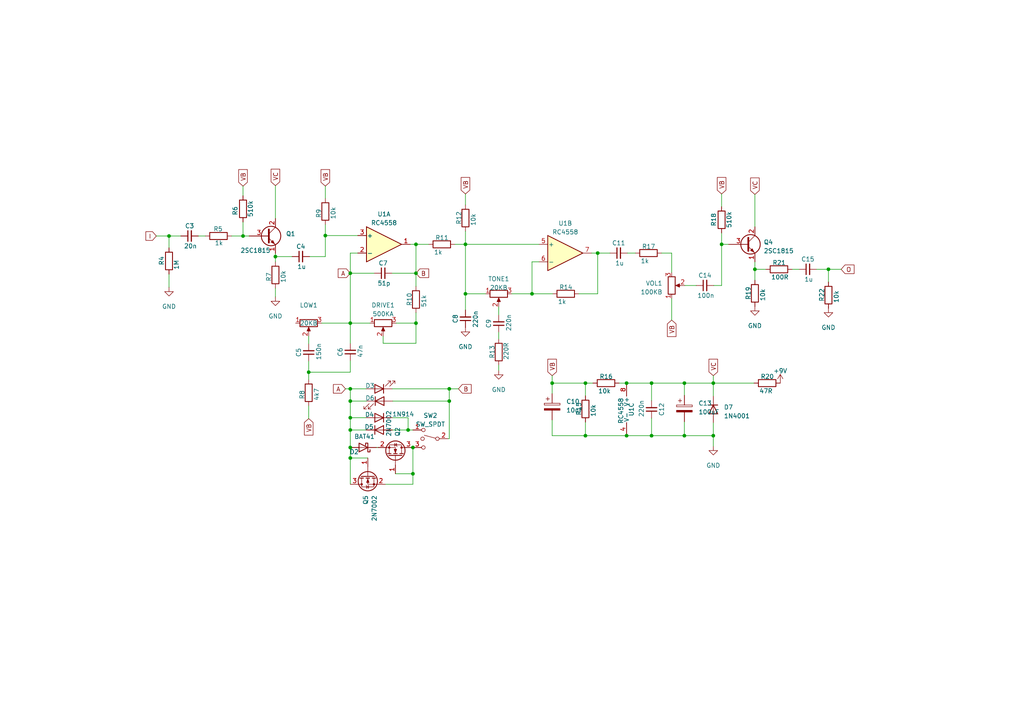
<source format=kicad_sch>
(kicad_sch (version 20230121) (generator eeschema)
  (paper "A4")
  (title_block (title "Template Project") (date "2023-08-09") (company "TKW"))
  (lib_symbols
    (symbol "Amplifier_Operational:RC4558" (pin_names (offset 0.127))
      (property "Reference" "U" (at 0 5.08 0))
      (property "Value" "RC4558" (at 0 -5.08 0))
      (symbol "RC4558_1_1"
        (polyline (pts (xy -5.08 5.08) (xy 5.08 0) (xy -5.08 -5.08) (xy -5.08 5.08)) (stroke (width 0.254)) (fill (type background)))
        (pin output line (at 7.62 0 180) (length 2.54) (name "~") (number "1"))
        (pin input line (at -7.62 -2.54 0) (length 2.54) (name "-") (number "2"))
        (pin input line (at -7.62 2.54 0) (length 2.54) (name "+") (number "3"))
      )
      (symbol "RC4558_2_1"
        (polyline (pts (xy -5.08 5.08) (xy 5.08 0) (xy -5.08 -5.08) (xy -5.08 5.08)) (stroke (width 0.254)) (fill (type background)))
        (pin input line (at -7.62 2.54 0) (length 2.54) (name "+") (number "5"))
        (pin input line (at -7.62 -2.54 0) (length 2.54) (name "-") (number "6"))
        (pin output line (at 7.62 0 180) (length 2.54) (name "~") (number "7"))
      )
      (symbol "RC4558_3_1"
        (pin power_in line (at -2.54 -7.62 90) (length 3.81) (name "V-") (number "4"))
        (pin power_in line (at -2.54 7.62 270) (length 3.81) (name "V+") (number "8"))
      )
    )
    (symbol "Device:C_Polarized" (pin_numbers hide) (pin_names (offset 0.254))
      (property "Reference" "C" (at 0.635 2.54 0))
      (property "Value" "C_Polarized" (at 0.635 -2.54 0))
      (symbol "C_Polarized_0_1"
        (rectangle (start -2.286 0.508) (end 2.286 1.016))
        (polyline (pts (xy -1.778 2.286) (xy -0.762 2.286)))
        (polyline (pts (xy -1.27 2.794) (xy -1.27 1.778)))
        (rectangle (start 2.286 -0.508) (end -2.286 -1.016) (fill (type outline)))
      )
      (symbol "C_Polarized_1_1"
        (pin passive line (at 0 3.81 270) (length 2.794) (name "~") (number "1"))
        (pin passive line (at 0 -3.81 90) (length 2.794) (name "~") (number "2"))
      )
    )
    (symbol "Device:C_Small" (pin_numbers hide) (pin_names (offset 0.254) hide)
      (property "Reference" "C" (at 0.254 1.778 0))
      (property "Value" "C_Small" (at 0.254 -2.032 0))
      (symbol "C_Small_0_1"
        (polyline (pts (xy -1.524 -0.508) (xy 1.524 -0.508)) (stroke (width 0.3302)))
        (polyline (pts (xy -1.524 0.508) (xy 1.524 0.508)) (stroke (width 0.3048)))
      )
      (symbol "C_Small_1_1"
        (pin passive line (at 0 2.54 270) (length 2.032) (name "~") (number "1"))
        (pin passive line (at 0 -2.54 90) (length 2.032) (name "~") (number "2"))
      )
    )
    (symbol "Device:LED" (pin_numbers hide) (pin_names (offset 1.016) hide)
      (property "Reference" "D" (at 0 2.54 0))
      (property "Value" "LED" (at 0 -2.54 0))
      (symbol "LED_0_1"
        (polyline (pts (xy -1.27 -1.27) (xy -1.27 1.27)) (stroke (width 0.254)))
        (polyline (pts (xy -1.27 0) (xy 1.27 0)))
        (polyline (pts (xy 1.27 -1.27) (xy 1.27 1.27) (xy -1.27 0) (xy 1.27 -1.27)) (stroke (width 0.254)))
        (polyline (pts (xy -3.048 -0.762) (xy -4.572 -2.286) (xy -3.81 -2.286) (xy -4.572 -2.286) (xy -4.572 -1.524)))
        (polyline (pts (xy -1.778 -0.762) (xy -3.302 -2.286) (xy -2.54 -2.286) (xy -3.302 -2.286) (xy -3.302 -1.524)))
      )
      (symbol "LED_1_1"
        (pin passive line (at -3.81 0 0) (length 2.54) (name "K") (number "1"))
        (pin passive line (at 3.81 0 180) (length 2.54) (name "A") (number "2"))
      )
    )
    (symbol "Device:Q_NPN_ECB" (pin_names (offset 0) hide)
      (property "Reference" "Q" (at 5.08 1.27 0))
      (property "Value" "Q_NPN_ECB" (at 5.08 -1.27 0))
      (symbol "Q_NPN_ECB_0_1"
        (polyline (pts (xy 0.635 0.635) (xy 2.54 2.54)))
        (polyline (pts (xy 0.635 -0.635) (xy 2.54 -2.54) (xy 2.54 -2.54)))
        (polyline (pts (xy 0.635 1.905) (xy 0.635 -1.905) (xy 0.635 -1.905)) (stroke (width 0.508)))
        (polyline (pts (xy 1.27 -1.778) (xy 1.778 -1.27) (xy 2.286 -2.286) (xy 1.27 -1.778) (xy 1.27 -1.778)) (fill (type outline)))
        (circle (center 1.27 0) (radius 2.8194) (stroke (width 0.254)))
      )
      (symbol "Q_NPN_ECB_1_1"
        (pin passive line (at 2.54 -5.08 90) (length 2.54) (name "E") (number "1"))
        (pin passive line (at 2.54 5.08 270) (length 2.54) (name "C") (number "2"))
        (pin passive line (at -5.08 0 0) (length 5.715) (name "B") (number "3"))
      )
    )
    (symbol "Device:R" (pin_numbers hide) (pin_names (offset 0))
      (property "Reference" "R" (at 2.032 0 90))
      (property "Value" "R" (at 0 0 90))
      (symbol "R_0_1"
        (rectangle (start -1.016 -2.54) (end 1.016 2.54) (stroke (width 0.254)))
      )
      (symbol "R_1_1"
        (pin passive line (at 0 3.81 270) (length 1.27) (name "~") (number "1"))
        (pin passive line (at 0 -3.81 90) (length 1.27) (name "~") (number "2"))
      )
    )
    (symbol "Device:R_Potentiometer" (pin_names (offset 1.016) hide)
      (property "Reference" "RV" (at -4.445 0 90))
      (property "Value" "R_Potentiometer" (at -2.54 0 90))
      (symbol "R_Potentiometer_0_1"
        (polyline (pts (xy 2.54 0) (xy 1.524 0)))
        (polyline (pts (xy 1.143 0) (xy 2.286 0.508) (xy 2.286 -0.508) (xy 1.143 0)) (fill (type outline)))
        (rectangle (start 1.016 2.54) (end -1.016 -2.54) (stroke (width 0.254)))
      )
      (symbol "R_Potentiometer_1_1"
        (pin passive line (at 0 3.81 270) (length 1.27) (name "1") (number "1"))
        (pin passive line (at 3.81 0 180) (length 1.27) (name "2") (number "2"))
        (pin passive line (at 0 -3.81 90) (length 1.27) (name "3") (number "3"))
      )
    )
    (symbol "Diode:1N4001" (pin_numbers hide) (pin_names hide)
      (property "Reference" "D" (at 0 2.54 0))
      (property "Value" "1N4001" (at 0 -2.54 0))
      (symbol "1N4001_0_1"
        (polyline (pts (xy -1.27 1.27) (xy -1.27 -1.27)) (stroke (width 0.254)))
        (polyline (pts (xy 1.27 0) (xy -1.27 0)))
        (polyline (pts (xy 1.27 1.27) (xy 1.27 -1.27) (xy -1.27 0) (xy 1.27 1.27)) (stroke (width 0.254)))
      )
      (symbol "1N4001_1_1"
        (pin passive line (at -3.81 0 0) (length 2.54) (name "K") (number "1"))
        (pin passive line (at 3.81 0 180) (length 2.54) (name "A") (number "2"))
      )
    )
    (symbol "Diode:1N914" (pin_numbers hide) (pin_names hide)
      (property "Reference" "D" (at 0 2.54 0))
      (property "Value" "1N914" (at 0 -2.54 0))
      (symbol "1N914_0_1"
        (polyline (pts (xy -1.27 1.27) (xy -1.27 -1.27)) (stroke (width 0.254)))
        (polyline (pts (xy 1.27 0) (xy -1.27 0)))
        (polyline (pts (xy 1.27 1.27) (xy 1.27 -1.27) (xy -1.27 0) (xy 1.27 1.27)) (stroke (width 0.254)))
      )
      (symbol "1N914_1_1"
        (pin passive line (at -3.81 0 0) (length 2.54) (name "K") (number "1"))
        (pin passive line (at 3.81 0 180) (length 2.54) (name "A") (number "2"))
      )
    )
    (symbol "Diode:BAT41" (pin_numbers hide) (pin_names (offset 1.016) hide)
      (property "Reference" "D" (at 0 2.54 0))
      (property "Value" "BAT41" (at 0 -2.54 0))
      (symbol "BAT41_0_1"
        (polyline (pts (xy 1.27 0) (xy -1.27 0)))
        (polyline (pts (xy 1.27 1.27) (xy 1.27 -1.27) (xy -1.27 0) (xy 1.27 1.27)) (stroke (width 0.254)))
        (polyline (pts (xy -1.905 0.635) (xy -1.905 1.27) (xy -1.27 1.27) (xy -1.27 -1.27) (xy -0.635 -1.27) (xy -0.635 -0.635)) (stroke (width 0.254)))
      )
      (symbol "BAT41_1_1"
        (pin passive line (at -3.81 0 0) (length 2.54) (name "K") (number "1"))
        (pin passive line (at 3.81 0 180) (length 2.54) (name "A") (number "2"))
      )
    )
    (symbol "Switch:SW_SPDT_MSM" (pin_names (offset 0) hide)
      (property "Reference" "SW" (at 0 5.08 0))
      (property "Value" "SW_SPDT_MSM" (at 0 -5.08 0))
      (symbol "SW_SPDT_MSM_0_0"
        (circle (center -2.032 0) (radius 0.508))
        (polyline (pts (xy -1.524 0.127) (xy 1.778 1.016)))
        (circle (center 2.032 -2.54) (radius 0.508))
      )
      (symbol "SW_SPDT_MSM_0_1"
        (circle (center 2.032 2.54) (radius 0.508))
        (circle (center 2.286 0) (radius 0.508))
      )
      (symbol "SW_SPDT_MSM_1_1"
        (pin passive line (at 5.08 2.54 180) (length 2.54) (name "1") (number "1"))
        (pin passive line (at -5.08 0 0) (length 2.54) (name "2") (number "2"))
        (pin passive line (at 5.08 -2.54 180) (length 2.54) (name "3") (number "3"))
      )
    )
    (symbol "Transistor_FET:2N7002" (pin_names hide)
      (property "Reference" "Q" (at 5.08 1.905 0))
      (property "Value" "2N7002" (at 5.08 0 0))
      (symbol "2N7002_0_1"
        (polyline (pts (xy 0.254 0) (xy -2.54 0)))
        (polyline (pts (xy 0.254 1.905) (xy 0.254 -1.905)) (stroke (width 0.254)))
        (polyline (pts (xy 0.762 -1.27) (xy 0.762 -2.286)) (stroke (width 0.254)))
        (polyline (pts (xy 0.762 0.508) (xy 0.762 -0.508)) (stroke (width 0.254)))
        (polyline (pts (xy 0.762 2.286) (xy 0.762 1.27)) (stroke (width 0.254)))
        (polyline (pts (xy 2.54 2.54) (xy 2.54 1.778)))
        (polyline (pts (xy 2.54 -2.54) (xy 2.54 0) (xy 0.762 0)))
        (polyline (pts (xy 0.762 -1.778) (xy 3.302 -1.778) (xy 3.302 1.778) (xy 0.762 1.778)))
        (polyline (pts (xy 1.016 0) (xy 2.032 0.381) (xy 2.032 -0.381) (xy 1.016 0)) (fill (type outline)))
        (polyline (pts (xy 2.794 0.508) (xy 2.921 0.381) (xy 3.683 0.381) (xy 3.81 0.254)))
        (polyline (pts (xy 3.302 0.381) (xy 2.921 -0.254) (xy 3.683 -0.254) (xy 3.302 0.381)))
        (circle (center 1.651 0) (radius 2.794) (stroke (width 0.254)))
        (circle (center 2.54 -1.778) (radius 0.254) (fill (type outline)))
        (circle (center 2.54 1.778) (radius 0.254) (fill (type outline)))
      )
      (symbol "2N7002_1_1"
        (pin input line (at -5.08 0 0) (length 2.54) (name "G") (number "1"))
        (pin passive line (at 2.54 -5.08 90) (length 2.54) (name "S") (number "2"))
        (pin passive line (at 2.54 5.08 270) (length 2.54) (name "D") (number "3"))
      )
    )
    (symbol "power:+9V" (power) (pin_names (offset 0))
      (property "Value" "+9V" (at 0 3.556 0))
      (symbol "+9V_0_1"
        (polyline (pts (xy -0.762 1.27) (xy 0 2.54)))
        (polyline (pts (xy 0 0) (xy 0 2.54)))
        (polyline (pts (xy 0 2.54) (xy 0.762 1.27)))
      )
      (symbol "+9V_1_1"
        (pin power_in line (at 0 0 90) (length 0) hide (name "+9V") (number "1"))
      )
    )
    (symbol "power:GND" (power) (pin_names (offset 0))
      (property "Value" "GND" (at 0 -3.81 0))
      (symbol "GND_0_1"
        (polyline (pts (xy 0 0) (xy 0 -1.27) (xy 1.27 -1.27) (xy 0 -2.54) (xy -1.27 -1.27) (xy 0 -1.27)))
      )
      (symbol "GND_1_1"
        (pin power_in line (at 0 0 270) (length 0) hide (name "GND") (number "1"))
      )
    )
  )
  (junction (at 240.284 78.105))
  (junction (at 169.799 126.365))
  (junction (at 118.364 124.714))
  (junction (at 89.535 107.95))
  (junction (at 119.761 137.414))
  (junction (at 101.6 79.248))
  (junction (at 120.65 93.726))
  (junction (at 101.6 93.726))
  (junction (at 169.799 111.125))
  (junction (at 206.883 111.125))
  (junction (at 101.6 121.158))
  (junction (at 49.022 68.453))
  (junction (at 181.737 126.365))
  (junction (at 135.001 85.217))
  (junction (at 218.948 78.105))
  (junction (at 120.65 79.248))
  (junction (at 101.6 112.776))
  (junction (at 206.883 126.365))
  (junction (at 188.976 111.125))
  (junction (at 130.302 112.776))
  (junction (at 101.6 129.794))
  (junction (at 70.485 68.453))
  (junction (at 101.6 132.842))
  (junction (at 209.296 70.866))
  (junction (at 130.302 116.332))
  (junction (at 119.761 129.794))
  (junction (at 181.737 111.125))
  (junction (at 135.001 70.866))
  (junction (at 154.305 85.217))
  (junction (at 188.976 126.365))
  (junction (at 198.501 126.365))
  (junction (at 160.147 111.125))
  (junction (at 101.6 124.714))
  (junction (at 120.65 70.866))
  (junction (at 173.355 73.406))
  (junction (at 94.361 68.326))
  (junction (at 101.6 116.332))
  (junction (at 198.501 111.125))
  (junction (at 79.883 74.422))
  (wire (pts (xy 119.761 129.794) (xy 119.761 137.414)))
  (wire (pts (xy 101.6 124.714) (xy 101.6 121.158)))
  (wire (pts (xy 160.147 111.125) (xy 160.147 114.173)))
  (wire (pts (xy 169.799 111.125) (xy 169.799 114.808)))
  (wire (pts (xy 100.203 112.776) (xy 101.6 112.776)))
  (wire (pts (xy 188.976 126.365) (xy 181.737 126.365)))
  (wire (pts (xy 113.919 116.332) (xy 130.302 116.332)))
  (wire (pts (xy 130.302 112.776) (xy 130.302 116.332)))
  (wire (pts (xy 113.665 79.248) (xy 120.65 79.248)))
  (wire (pts (xy 93.345 93.726) (xy 101.6 93.726)))
  (wire (pts (xy 101.6 79.248) (xy 108.585 79.248)))
  (wire (pts (xy 49.022 79.502) (xy 49.022 83.312)))
  (wire (pts (xy 144.653 105.918) (xy 144.653 107.442)))
  (wire (pts (xy 160.147 121.793) (xy 160.147 126.365)))
  (wire (pts (xy 89.535 104.775) (xy 89.535 107.95)))
  (wire (pts (xy 114.935 93.726) (xy 120.65 93.726)))
  (wire (pts (xy 188.976 111.125) (xy 188.976 116.205)))
  (wire (pts (xy 169.799 111.125) (xy 160.147 111.125)))
  (wire (pts (xy 209.296 70.866) (xy 209.296 67.564)))
  (wire (pts (xy 198.501 111.125) (xy 198.501 114.681)))
  (wire (pts (xy 173.355 73.406) (xy 176.911 73.406)))
  (wire (pts (xy 132.969 112.776) (xy 130.302 112.776)))
  (wire (pts (xy 120.65 99.568) (xy 120.65 93.726)))
  (wire (pts (xy 101.6 116.332) (xy 101.6 112.776)))
  (wire (pts (xy 129.921 127.254) (xy 130.302 127.254)))
  (wire (pts (xy 209.296 70.866) (xy 211.328 70.866)))
  (wire (pts (xy 101.6 116.332) (xy 106.299 116.332)))
  (wire (pts (xy 160.147 126.365) (xy 169.799 126.365)))
  (wire (pts (xy 119.761 137.414) (xy 119.761 140.462)))
  (wire (pts (xy 135.001 70.866) (xy 135.001 85.217)))
  (wire (pts (xy 101.6 93.726) (xy 107.315 93.726)))
  (wire (pts (xy 229.743 78.105) (xy 231.775 78.105)))
  (wire (pts (xy 154.305 75.946) (xy 154.305 85.217)))
  (wire (pts (xy 188.976 121.285) (xy 188.976 126.365)))
  (wire (pts (xy 191.897 73.406) (xy 194.818 73.406)))
  (wire (pts (xy 101.6 132.842) (xy 106.68 132.842)))
  (wire (pts (xy 89.535 107.95) (xy 101.6 107.95)))
  (wire (pts (xy 114.681 137.414) (xy 119.761 137.414)))
  (wire (pts (xy 206.883 111.125) (xy 218.694 111.125)))
  (wire (pts (xy 198.628 82.804) (xy 201.93 82.804)))
  (wire (pts (xy 109.601 129.794) (xy 109.22 129.794)))
  (wire (pts (xy 70.485 68.453) (xy 72.263 68.453)))
  (wire (pts (xy 154.305 85.217) (xy 160.274 85.217)))
  (wire (pts (xy 206.883 111.125) (xy 206.883 114.935)))
  (wire (pts (xy 188.976 111.125) (xy 198.501 111.125)))
  (wire (pts (xy 103.759 73.406) (xy 101.6 73.406)))
  (wire (pts (xy 181.991 73.406) (xy 184.277 73.406)))
  (wire (pts (xy 135.001 56.261) (xy 135.001 59.436)))
  (wire (pts (xy 135.001 70.866) (xy 156.337 70.866)))
  (wire (pts (xy 167.894 85.217) (xy 173.355 85.217)))
  (wire (pts (xy 119.761 140.462) (xy 111.76 140.462)))
  (wire (pts (xy 179.578 111.125) (xy 181.737 111.125)))
  (wire (pts (xy 67.183 68.453) (xy 70.485 68.453)))
  (wire (pts (xy 101.6 129.794) (xy 101.6 132.842)))
  (wire (pts (xy 240.284 78.105) (xy 243.967 78.105)))
  (wire (pts (xy 169.799 126.365) (xy 169.799 122.428)))
  (wire (pts (xy 135.001 67.056) (xy 135.001 70.866)))
  (wire (pts (xy 101.6 132.842) (xy 101.6 140.462)))
  (wire (pts (xy 140.843 85.217) (xy 135.001 85.217)))
  (wire (pts (xy 240.284 78.105) (xy 240.284 81.788)))
  (wire (pts (xy 89.535 107.95) (xy 89.535 110.109)))
  (wire (pts (xy 206.883 122.555) (xy 206.883 126.365)))
  (wire (pts (xy 70.485 53.975) (xy 70.485 56.769)))
  (wire (pts (xy 101.6 104.648) (xy 101.6 107.95)))
  (wire (pts (xy 198.501 126.365) (xy 188.976 126.365)))
  (wire (pts (xy 156.337 75.946) (xy 154.305 75.946)))
  (wire (pts (xy 101.6 121.158) (xy 106.172 121.158)))
  (wire (pts (xy 59.563 68.453) (xy 57.531 68.453)))
  (wire (pts (xy 236.855 78.105) (xy 240.284 78.105)))
  (wire (pts (xy 218.948 75.946) (xy 218.948 78.105)))
  (wire (pts (xy 120.65 70.866) (xy 124.333 70.866)))
  (wire (pts (xy 101.6 73.406) (xy 101.6 79.248)))
  (wire (pts (xy 130.302 127.254) (xy 130.302 116.332)))
  (wire (pts (xy 194.818 92.837) (xy 194.818 86.614)))
  (wire (pts (xy 79.883 53.848) (xy 79.883 63.373)))
  (wire (pts (xy 130.302 112.776) (xy 113.792 112.776)))
  (wire (pts (xy 118.364 124.714) (xy 119.761 124.714)))
  (wire (pts (xy 218.948 78.105) (xy 218.948 81.28)))
  (wire (pts (xy 206.883 126.365) (xy 198.501 126.365)))
  (wire (pts (xy 94.361 68.326) (xy 94.361 65.151)))
  (wire (pts (xy 120.65 79.248) (xy 120.65 83.058)))
  (wire (pts (xy 120.65 93.726) (xy 120.65 90.678)))
  (wire (pts (xy 49.022 68.453) (xy 52.451 68.453)))
  (wire (pts (xy 135.001 85.217) (xy 135.001 89.916)))
  (wire (pts (xy 118.364 121.158) (xy 118.364 124.714)))
  (wire (pts (xy 173.355 73.406) (xy 171.577 73.406)))
  (wire (pts (xy 89.789 74.422) (xy 94.361 74.422)))
  (wire (pts (xy 111.125 99.568) (xy 120.65 99.568)))
  (wire (pts (xy 181.737 111.125) (xy 188.976 111.125)))
  (wire (pts (xy 101.6 93.726) (xy 101.6 99.568)))
  (wire (pts (xy 106.172 124.714) (xy 101.6 124.714)))
  (wire (pts (xy 101.6 124.714) (xy 101.6 129.794)))
  (wire (pts (xy 101.6 121.158) (xy 101.6 116.332)))
  (wire (pts (xy 173.355 85.217) (xy 173.355 73.406)))
  (wire (pts (xy 89.535 97.536) (xy 89.535 99.695)))
  (wire (pts (xy 181.737 126.365) (xy 169.799 126.365)))
  (wire (pts (xy 101.6 112.776) (xy 106.172 112.776)))
  (wire (pts (xy 79.883 74.422) (xy 79.883 75.946)))
  (wire (pts (xy 45.339 68.453) (xy 49.022 68.453)))
  (wire (pts (xy 206.883 126.365) (xy 206.883 129.413)))
  (wire (pts (xy 70.485 64.389) (xy 70.485 68.453)))
  (wire (pts (xy 113.792 121.158) (xy 118.364 121.158)))
  (wire (pts (xy 94.361 53.975) (xy 94.361 57.531)))
  (wire (pts (xy 198.501 111.125) (xy 206.883 111.125)))
  (wire (pts (xy 113.792 124.714) (xy 118.364 124.714)))
  (wire (pts (xy 49.022 71.882) (xy 49.022 68.453)))
  (wire (pts (xy 120.65 79.248) (xy 120.65 70.866)))
  (wire (pts (xy 209.296 82.804) (xy 209.296 70.866)))
  (wire (pts (xy 94.361 74.422) (xy 94.361 68.326)))
  (wire (pts (xy 101.6 79.248) (xy 101.6 93.726)))
  (wire (pts (xy 120.65 70.866) (xy 118.999 70.866)))
  (wire (pts (xy 144.653 96.393) (xy 144.653 98.298)))
  (wire (pts (xy 171.958 111.125) (xy 169.799 111.125)))
  (wire (pts (xy 79.883 73.533) (xy 79.883 74.422)))
  (wire (pts (xy 89.535 117.729) (xy 89.535 121.412)))
  (wire (pts (xy 194.818 73.406) (xy 194.818 78.994)))
  (wire (pts (xy 148.463 85.217) (xy 154.305 85.217)))
  (wire (pts (xy 218.948 56.388) (xy 218.948 65.786)))
  (wire (pts (xy 206.883 108.966) (xy 206.883 111.125)))
  (wire (pts (xy 198.501 122.301) (xy 198.501 126.365)))
  (wire (pts (xy 207.01 82.804) (xy 209.296 82.804)))
  (wire (pts (xy 209.296 56.261) (xy 209.296 59.944)))
  (wire (pts (xy 160.147 111.125) (xy 160.147 108.966)))
  (wire (pts (xy 111.125 97.536) (xy 111.125 99.568)))
  (wire (pts (xy 94.361 68.326) (xy 103.759 68.326)))
  (wire (pts (xy 131.953 70.866) (xy 135.001 70.866)))
  (wire (pts (xy 79.883 74.422) (xy 84.709 74.422)))
  (wire (pts (xy 79.883 83.566) (xy 79.883 86.106)))
  (wire (pts (xy 218.948 78.105) (xy 222.123 78.105)))
  (wire (pts (xy 144.653 89.027) (xy 144.653 91.313)))
  (global_label "B" (shape input) (at 120.65 79.248 0) (property "Intersheetrefs" "${INTERSHEET_REFS}" (effects hide)))
  (global_label "O" (shape input) (at 243.967 78.105 0) (property "Intersheetrefs" "${INTERSHEET_REFS}" (effects hide)))
  (global_label "B" (shape input) (at 132.969 112.776 0) (property "Intersheetrefs" "${INTERSHEET_REFS}" (effects hide)))
  (global_label "VB" (shape input) (at 135.001 56.261 90) (property "Intersheetrefs" "${INTERSHEET_REFS}" (effects hide)))
  (global_label "VC" (shape input) (at 218.948 56.388 90) (property "Intersheetrefs" "${INTERSHEET_REFS}" (effects hide)))
  (global_label "A" (shape input) (at 101.6 79.248 180) (property "Intersheetrefs" "${INTERSHEET_REFS}" (effects hide)))
  (global_label "A" (shape input) (at 100.203 112.776 180) (property "Intersheetrefs" "${INTERSHEET_REFS}" (effects hide)))
  (global_label "VB" (shape input) (at 89.535 121.412 270) (property "Intersheetrefs" "${INTERSHEET_REFS}" (effects hide)))
  (global_label "I" (shape input) (at 45.339 68.453 180) (property "Intersheetrefs" "${INTERSHEET_REFS}" (effects hide)))
  (global_label "VB" (shape input) (at 160.147 108.966 90) (property "Intersheetrefs" "${INTERSHEET_REFS}" (effects hide)))
  (global_label "VB" (shape input) (at 94.361 53.975 90) (property "Intersheetrefs" "${INTERSHEET_REFS}" (effects hide)))
  (global_label "VB" (shape input) (at 194.818 92.837 270) (property "Intersheetrefs" "${INTERSHEET_REFS}" (effects hide)))
  (global_label "VB" (shape input) (at 209.296 56.261 90) (property "Intersheetrefs" "${INTERSHEET_REFS}" (effects hide)))
  (global_label "VB" (shape input) (at 70.485 53.975 90) (property "Intersheetrefs" "${INTERSHEET_REFS}" (effects hide)))
  (global_label "VC" (shape input) (at 79.883 53.848 90) (property "Intersheetrefs" "${INTERSHEET_REFS}" (effects hide)))
  (global_label "VC" (shape input) (at 206.883 108.966 90) (property "Intersheetrefs" "${INTERSHEET_REFS}" (effects hide)))
  (symbol (lib_id "Device:R") (at 49.022 75.692 180) (unit 1)
    (property "Reference" "R4" (at 46.863 76.962 90) (effects (justify right)))
    (property "Value" "1M" (at 51.181 78.232 90) (effects (justify right)))
    (property "Footprint" "Resistor_SMD:R_0805_2012Metric_Pad1.20x1.40mm_HandSolder" (effects hide))
  )
  (symbol (lib_id "Switch:SW_SPDT_MSM") (at 124.841 127.254 0) (mirror y) (unit 1)
    (property "Reference" "SW2" (at 124.841 120.523 0))
    (property "Value" "SW_SPDT" (at 124.841 123.063 0))
    (property "Footprint" "Pedal-Components:SW_Toggle_Blue_wSlots" (effects hide))
  )
  (symbol (lib_id "power:GND") (at 49.022 83.312 0) (unit 1)
    (property "Reference" "#PWR016" (effects hide))
    (property "Value" "GND" (at 49.022 88.9 0))
  )
  (symbol (lib_id "Device:R") (at 175.768 111.125 90) (unit 1)
    (property "Reference" "R16" (at 173.863 109.22 90) (effects (justify right)))
    (property "Value" "10k" (at 173.482 113.411 90) (effects (justify right)))
    (property "Footprint" "Resistor_SMD:R_0805_2012Metric_Pad1.20x1.40mm_HandSolder" (effects hide))
  )
  (symbol (lib_id "Device:C_Small") (at 54.991 68.453 90) (unit 1)
    (property "Reference" "C3" (at 54.991 65.532 90))
    (property "Value" "20n" (at 55.245 71.374 90))
    (property "Footprint" "Capacitor_SMD:C_0805_2012Metric_Pad1.18x1.45mm_HandSolder" (effects hide))
  )
  (symbol (lib_id "Device:R_Potentiometer") (at 111.125 93.726 90) (mirror x) (unit 1)
    (property "Reference" "DRIVE1" (at 111.125 88.519 90))
    (property "Value" "500KA" (at 111.125 91.059 90))
    (property "Footprint" "Potentiometer_THT:Potentiometer_Alpha_RD901F-40-00D_Single_Vertical" (effects hide))
  )
  (symbol (lib_id "Device:R_Potentiometer") (at 194.818 82.804 0) (mirror x) (unit 1)
    (property "Reference" "VOL1" (at 192.151 82.169 0) (effects (justify right)))
    (property "Value" "100KB" (at 192.151 84.709 0) (effects (justify right)))
    (property "Footprint" "Potentiometer_THT:Potentiometer_Alpha_RD901F-40-00D_Single_Vertical" (effects hide))
  )
  (symbol (lib_id "Device:R") (at 222.504 111.125 90) (unit 1)
    (property "Reference" "R20" (at 220.599 109.22 90) (effects (justify right)))
    (property "Value" "47R" (at 220.218 113.411 90) (effects (justify right)))
    (property "Footprint" "Resistor_SMD:R_0805_2012Metric_Pad1.20x1.40mm_HandSolder" (effects hide))
  )
  (symbol (lib_id "Device:R") (at 135.001 63.246 180) (unit 1)
    (property "Reference" "R12" (at 133.096 65.151 90) (effects (justify right)))
    (property "Value" "10k" (at 137.287 65.532 90) (effects (justify right)))
    (property "Footprint" "Resistor_SMD:R_0805_2012Metric_Pad1.20x1.40mm_HandSolder" (effects hide))
  )
  (symbol (lib_id "Device:R") (at 120.65 86.868 180) (unit 1)
    (property "Reference" "R10" (at 118.745 88.773 90) (effects (justify right)))
    (property "Value" "51k" (at 122.936 89.154 90) (effects (justify right)))
    (property "Footprint" "Resistor_SMD:R_0805_2012Metric_Pad1.20x1.40mm_HandSolder" (effects hide))
  )
  (symbol (lib_id "Diode:BAT41") (at 105.41 129.794 180) (unit 1)
    (property "Reference" "D2" (at 102.743 131.064 0))
    (property "Value" "BAT41" (at 105.7275 126.619 0))
    (property "Footprint" "Diode_SMD:D_SOD-123F" (effects hide))
    (property "Datasheet" "http://www.vishay.com/docs/85659/bat41.pdf" (effects hide))
  )
  (symbol (lib_id "Device:R") (at 144.653 102.108 180) (unit 1)
    (property "Reference" "R13" (at 142.748 104.013 90) (effects (justify right)))
    (property "Value" "220R" (at 146.812 104.394 90) (effects (justify right)))
    (property "Footprint" "Resistor_SMD:R_0805_2012Metric_Pad1.20x1.40mm_HandSolder" (effects hide))
  )
  (symbol (lib_id "Device:R_Potentiometer") (at 144.653 85.217 90) (mirror x) (unit 1)
    (property "Reference" "TONE1" (at 144.653 80.899 90))
    (property "Value" "20KB" (at 144.653 83.439 90))
    (property "Footprint" "Potentiometer_THT:Potentiometer_Alpha_RD901F-40-00D_Single_Vertical" (effects hide))
  )
  (symbol (lib_id "Device:C_Small") (at 144.653 93.853 180) (unit 1)
    (property "Reference" "C9" (at 141.732 93.853 90))
    (property "Value" "220n" (at 147.574 93.599 90))
    (property "Footprint" "Capacitor_SMD:C_0805_2012Metric_Pad1.18x1.45mm_HandSolder" (effects hide))
  )
  (symbol (lib_id "Device:C_Small") (at 135.001 92.456 180) (unit 1)
    (property "Reference" "C8" (at 132.08 92.456 90))
    (property "Value" "220n" (at 137.922 92.583 90))
    (property "Footprint" "Capacitor_SMD:C_0805_2012Metric_Pad1.18x1.45mm_HandSolder" (effects hide))
  )
  (symbol (lib_id "Device:R") (at 128.143 70.866 90) (unit 1)
    (property "Reference" "R11" (at 126.238 68.961 90) (effects (justify right)))
    (property "Value" "1k" (at 125.857 73.152 90) (effects (justify right)))
    (property "Footprint" "Resistor_SMD:R_0805_2012Metric_Pad1.20x1.40mm_HandSolder" (effects hide))
  )
  (symbol (lib_id "Device:R") (at 225.933 78.105 90) (unit 1)
    (property "Reference" "R21" (at 224.028 76.2 90) (effects (justify right)))
    (property "Value" "100R" (at 223.647 80.391 90) (effects (justify right)))
    (property "Footprint" "Resistor_SMD:R_0805_2012Metric_Pad1.20x1.40mm_HandSolder" (effects hide))
  )
  (symbol (lib_id "Diode:1N914") (at 109.982 121.158 180) (unit 1)
    (property "Reference" "D4" (at 107.188 120.269 0))
    (property "Value" "1N914" (effects hide))
    (property "Footprint" "Diode_SMD:D_SOD-123F" (effects hide))
    (property "Datasheet" "http://www.vishay.com/docs/85622/1n914.pdf" (effects hide))
    (property "Sim.Device" "D" (effects hide))
    (property "Sim.Pins" "1=K 2=A" (effects hide))
  )
  (symbol (lib_id "power:GND") (at 144.653 107.442 0) (unit 1)
    (property "Reference" "#PWR019" (effects hide))
    (property "Value" "GND" (at 144.653 113.03 0))
  )
  (symbol (lib_id "Device:R") (at 209.296 63.754 180) (unit 1)
    (property "Reference" "R18" (at 207.01 65.659 90) (effects (justify right)))
    (property "Value" "510k" (at 211.455 66.167 90) (effects (justify right)))
    (property "Footprint" "Resistor_SMD:R_0805_2012Metric_Pad1.20x1.40mm_HandSolder" (effects hide))
  )
  (symbol (lib_id "Device:R") (at 188.087 73.406 90) (unit 1)
    (property "Reference" "R17" (at 186.182 71.501 90) (effects (justify right)))
    (property "Value" "1k" (at 185.801 75.692 90) (effects (justify right)))
    (property "Footprint" "Resistor_SMD:R_0805_2012Metric_Pad1.20x1.40mm_HandSolder" (effects hide))
  )
  (symbol (lib_id "Amplifier_Operational:RC4558") (at 163.957 73.406 0) (unit 2)
    (property "Reference" "U1" (at 163.957 64.77 0))
    (property "Value" "RC4558" (at 163.957 67.31 0))
    (property "Footprint" "Package_SO:SO-8_3.9x4.9mm_P1.27mm" (effects hide))
    (property "Datasheet" "http://www.ti.com/lit/ds/symlink/rc4558.pdf" (effects hide))
  )
  (symbol (lib_id "Amplifier_Operational:RC4558") (at 111.379 70.866 0) (unit 1)
    (property "Reference" "U1" (at 111.379 62.103 0))
    (property "Value" "RC4558" (at 111.379 64.643 0))
    (property "Footprint" "Package_SO:SO-8_3.9x4.9mm_P1.27mm" (effects hide))
    (property "Datasheet" "http://www.ti.com/lit/ds/symlink/rc4558.pdf" (effects hide))
  )
  (symbol (lib_id "power:GND") (at 218.948 88.9 0) (unit 1)
    (property "Reference" "#PWR021" (effects hide))
    (property "Value" "GND" (at 218.948 94.488 0))
  )
  (symbol (lib_id "Device:Q_NPN_ECB") (at 77.343 68.453 0) (unit 1)
    (property "Reference" "Q1" (at 82.931 67.818 0) (effects (justify left)))
    (property "Value" "2SC1815" (at 69.723 72.644 0) (effects (justify left)))
    (property "Footprint" "Package_TO_SOT_THT:TO-92L_HandSolder" (effects hide))
  )
  (symbol (lib_id "Device:Q_NPN_ECB") (at 216.408 70.866 0) (unit 1)
    (property "Reference" "Q4" (at 221.488 70.231 0) (effects (justify left)))
    (property "Value" "2SC1815" (at 221.488 72.771 0) (effects (justify left)))
    (property "Footprint" "Package_TO_SOT_THT:TO-92L_HandSolder" (effects hide))
  )
  (symbol (lib_id "Device:LED") (at 109.982 112.776 180) (unit 1)
    (property "Reference" "D3" (at 107.315 111.887 0))
    (property "Value" "LED" (effects hide))
    (property "Footprint" "LED_THT:LED_D3.0mm" (effects hide))
  )
  (symbol (lib_id "Diode:1N4001") (at 206.883 118.745 270) (unit 1)
    (property "Reference" "D7" (at 209.931 118.11 90) (effects (justify left)))
    (property "Value" "1N4001" (at 209.931 120.65 90) (effects (justify left)))
    (property "Footprint" "Diode_THT:D_DO-41_SOD81_P10.16mm_Horizontal" (effects hide))
    (property "Datasheet" "http://www.vishay.com/docs/88503/1n4001.pdf" (effects hide))
    (property "Sim.Device" "D" (effects hide))
    (property "Sim.Pins" "1=K 2=A" (effects hide))
  )
  (symbol (lib_id "Device:C_Small") (at 234.315 78.105 90) (unit 1)
    (property "Reference" "C15" (at 234.315 75.184 90))
    (property "Value" "1u" (at 234.569 81.026 90))
    (property "Footprint" "Capacitor_SMD:C_0805_2012Metric_Pad1.18x1.45mm_HandSolder" (effects hide))
  )
  (symbol (lib_id "Device:R") (at 218.948 85.09 180) (unit 1)
    (property "Reference" "R19" (at 217.043 86.995 90) (effects (justify right)))
    (property "Value" "10k" (at 221.234 87.376 90) (effects (justify right)))
    (property "Footprint" "Resistor_SMD:R_0805_2012Metric_Pad1.20x1.40mm_HandSolder" (effects hide))
  )
  (symbol (lib_id "Device:R_Potentiometer") (at 89.535 93.726 90) (mirror x) (unit 1)
    (property "Reference" "LOW1" (at 89.535 88.519 90))
    (property "Value" "20KB" (at 89.535 93.726 90))
    (property "Footprint" "Potentiometer_THT:Potentiometer_Alpha_RD901F-40-00D_Single_Vertical" (effects hide))
  )
  (symbol (lib_id "Device:C_Small") (at 111.125 79.248 90) (unit 1)
    (property "Reference" "C7" (at 111.125 76.327 90))
    (property "Value" "51p" (at 111.379 82.169 90))
    (property "Footprint" "Capacitor_SMD:C_0805_2012Metric_Pad1.18x1.45mm_HandSolder" (effects hide))
  )
  (symbol (lib_id "Device:C_Small") (at 87.249 74.422 90) (unit 1)
    (property "Reference" "C4" (at 87.249 71.501 90))
    (property "Value" "1u" (at 87.503 77.343 90))
    (property "Footprint" "Capacitor_SMD:C_0805_2012Metric_Pad1.18x1.45mm_HandSolder" (effects hide))
  )
  (symbol (lib_id "Diode:1N914") (at 109.982 124.714 0) (unit 1)
    (property "Reference" "D5" (at 107.061 123.825 0))
    (property "Value" "1N914" (at 116.967 120.142 0))
    (property "Footprint" "Diode_SMD:D_SOD-123F" (effects hide))
    (property "Datasheet" "http://www.vishay.com/docs/85622/1n914.pdf" (effects hide))
    (property "Sim.Device" "D" (effects hide))
    (property "Sim.Pins" "1=K 2=A" (effects hide))
  )
  (symbol (lib_id "Device:R") (at 63.373 68.453 270) (unit 1)
    (property "Reference" "R5" (at 63.246 66.421 90))
    (property "Value" "1k" (at 63.5 70.485 90))
    (property "Footprint" "Resistor_SMD:R_0805_2012Metric_Pad1.20x1.40mm_HandSolder" (effects hide))
  )
  (symbol (lib_id "power:GND") (at 79.883 86.106 0) (unit 1)
    (property "Reference" "#PWR017" (effects hide))
    (property "Value" "GND" (at 79.883 91.694 0))
  )
  (symbol (lib_id "Device:C_Small") (at 188.976 118.745 0) (mirror x) (unit 1)
    (property "Reference" "C12" (at 191.897 118.745 90))
    (property "Value" "220n" (at 186.055 118.491 90))
    (property "Footprint" "Capacitor_SMD:C_0805_2012Metric_Pad1.18x1.45mm_HandSolder" (effects hide))
  )
  (symbol (lib_id "Device:R") (at 94.361 61.341 180) (unit 1)
    (property "Reference" "R9" (at 92.456 63.246 90) (effects (justify right)))
    (property "Value" "10k" (at 96.647 63.627 90) (effects (justify right)))
    (property "Footprint" "Resistor_SMD:R_0805_2012Metric_Pad1.20x1.40mm_HandSolder" (effects hide))
  )
  (symbol (lib_id "Device:R") (at 79.883 79.756 180) (unit 1)
    (property "Reference" "R7" (at 77.978 81.661 90) (effects (justify right)))
    (property "Value" "10k" (at 82.169 82.042 90) (effects (justify right)))
    (property "Footprint" "Resistor_SMD:R_0805_2012Metric_Pad1.20x1.40mm_HandSolder" (effects hide))
  )
  (symbol (lib_id "Device:R") (at 240.284 85.598 180) (unit 1)
    (property "Reference" "R22" (at 238.379 87.503 90) (effects (justify right)))
    (property "Value" "10k" (at 242.57 87.884 90) (effects (justify right)))
    (property "Footprint" "Resistor_SMD:R_0805_2012Metric_Pad1.20x1.40mm_HandSolder" (effects hide))
  )
  (symbol (lib_id "Device:C_Small") (at 89.535 102.235 180) (unit 1)
    (property "Reference" "C5" (at 86.614 102.235 90))
    (property "Value" "150n" (at 92.456 101.981 90))
    (property "Footprint" "Capacitor_SMD:C_0805_2012Metric_Pad1.18x1.45mm_HandSolder" (effects hide))
  )
  (symbol (lib_id "Device:C_Polarized") (at 160.147 117.983 0) (unit 1)
    (property "Reference" "C10" (at 164.211 116.459 0) (effects (justify left)))
    (property "Value" "10uF" (at 164.211 118.999 0) (effects (justify left)))
    (property "Footprint" "Capacitor_THT:CP_Radial_D8.0mm_P2.50mm" (effects hide))
  )
  (symbol (lib_id "Device:C_Polarized") (at 198.501 118.491 0) (unit 1)
    (property "Reference" "C13" (at 202.565 116.967 0) (effects (justify left)))
    (property "Value" "100uF" (at 202.565 119.507 0) (effects (justify left)))
    (property "Footprint" "Capacitor_THT:CP_Radial_D8.0mm_P2.50mm" (effects hide))
  )
  (symbol (lib_id "power:GND") (at 240.284 89.408 0) (unit 1)
    (property "Reference" "#PWR023" (effects hide))
    (property "Value" "GND" (at 240.284 94.996 0))
  )
  (symbol (lib_id "Device:R") (at 89.535 113.919 180) (unit 1)
    (property "Reference" "R8" (at 87.63 115.824 90) (effects (justify right)))
    (property "Value" "4k7" (at 91.821 116.205 90) (effects (justify right)))
    (property "Footprint" "Resistor_SMD:R_0805_2012Metric_Pad1.20x1.40mm_HandSolder" (effects hide))
  )
  (symbol (lib_id "Device:R") (at 164.084 85.217 90) (unit 1)
    (property "Reference" "R14" (at 162.179 83.312 90) (effects (justify right)))
    (property "Value" "1k" (at 161.798 87.503 90) (effects (justify right)))
    (property "Footprint" "Resistor_SMD:R_0805_2012Metric_Pad1.20x1.40mm_HandSolder" (effects hide))
  )
  (symbol (lib_id "power:GND") (at 135.001 94.996 0) (unit 1)
    (property "Reference" "#PWR018" (effects hide))
    (property "Value" "GND" (at 135.001 100.584 0))
  )
  (symbol (lib_id "Device:LED") (at 110.109 116.332 0) (unit 1)
    (property "Reference" "D6" (at 107.315 115.443 0))
    (property "Value" "LED" (effects hide))
    (property "Footprint" "LED_THT:LED_D3.0mm" (effects hide))
  )
  (symbol (lib_id "Transistor_FET:2N7002") (at 114.681 132.334 270) (mirror x) (unit 1)
    (property "Reference" "Q2" (at 115.316 126.619 0) (effects (justify left)))
    (property "Value" "2N7002" (at 112.776 126.619 0) (effects (justify left)))
    (property "Footprint" "Package_TO_SOT_SMD:SOT-23" (effects hide))
    (property "Datasheet" "https://www.onsemi.com/pub/Collateral/NDS7002A-D.PDF" (effects hide))
  )
  (symbol (lib_id "power:+9V") (at 226.314 111.125 0) (unit 1)
    (property "Reference" "#PWR022" (effects hide))
    (property "Value" "+9V" (at 226.314 107.569 0))
  )
  (symbol (lib_id "Device:C_Small") (at 101.6 102.108 180) (unit 1)
    (property "Reference" "C6" (at 98.679 102.108 90))
    (property "Value" "47n" (at 104.521 101.854 90))
    (property "Footprint" "Capacitor_SMD:C_0805_2012Metric_Pad1.18x1.45mm_HandSolder" (effects hide))
  )
  (symbol (lib_id "Device:R") (at 169.799 118.618 180) (unit 1)
    (property "Reference" "R15" (at 167.894 120.523 90) (effects (justify right)))
    (property "Value" "10k" (at 172.085 120.904 90) (effects (justify right)))
    (property "Footprint" "Resistor_SMD:R_0805_2012Metric_Pad1.20x1.40mm_HandSolder" (effects hide))
  )
  (symbol (lib_id "Amplifier_Operational:RC4558") (at 184.277 118.745 0) (unit 3)
    (property "Reference" "U1" (at 183.134 120.777 90) (effects (justify left)))
    (property "Value" "RC4558" (at 180.086 122.936 90) (effects (justify left)))
    (property "Footprint" "Package_SO:SO-8_3.9x4.9mm_P1.27mm" (effects hide))
    (property "Datasheet" "http://www.ti.com/lit/ds/symlink/rc4558.pdf" (effects hide))
  )
  (symbol (lib_id "Device:C_Small") (at 204.47 82.804 90) (unit 1)
    (property "Reference" "C14" (at 204.47 79.883 90))
    (property "Value" "100n" (at 204.724 85.725 90))
    (property "Footprint" "Capacitor_SMD:C_0805_2012Metric_Pad1.18x1.45mm_HandSolder" (effects hide))
  )
  (symbol (lib_id "Device:C_Small") (at 179.451 73.406 90) (unit 1)
    (property "Reference" "C11" (at 179.451 70.485 90))
    (property "Value" "1u" (at 179.705 76.327 90))
    (property "Footprint" "Capacitor_SMD:C_0805_2012Metric_Pad1.18x1.45mm_HandSolder" (effects hide))
  )
  (symbol (lib_id "Device:R") (at 70.485 60.579 180) (unit 1)
    (property "Reference" "R6" (at 68.199 62.484 90) (effects (justify right)))
    (property "Value" "510k" (at 72.644 62.992 90) (effects (justify right)))
    (property "Footprint" "Resistor_SMD:R_0805_2012Metric_Pad1.20x1.40mm_HandSolder" (effects hide))
  )
  (symbol (lib_id "power:GND") (at 206.883 129.413 0) (unit 1)
    (property "Reference" "#PWR020" (effects hide))
    (property "Value" "GND" (at 206.883 135.001 0))
  )
  (symbol (lib_id "Transistor_FET:2N7002") (at 106.68 137.922 90) (mirror x) (unit 1)
    (property "Reference" "Q5" (at 106.045 143.637 0) (effects (justify left)))
    (property "Value" "2N7002" (at 108.585 143.637 0) (effects (justify left)))
    (property "Footprint" "Package_TO_SOT_SMD:SOT-23" (effects hide))
    (property "Datasheet" "https://www.onsemi.com/pub/Collateral/NDS7002A-D.PDF" (effects hide))
  )
  (sheet (at 21.59 246.38) (size 59.69 39.37) (stroke (width 0.1524))
    (property "Sheetname" "Hardware" (at 21.59 245.6684 0) (effects (justify left bottom)))
    (property "Sheetfile" "untitled.kicad_sch" (at 21.59 286.3346 0) (effects (justify left top)))
  )
)
</source>
